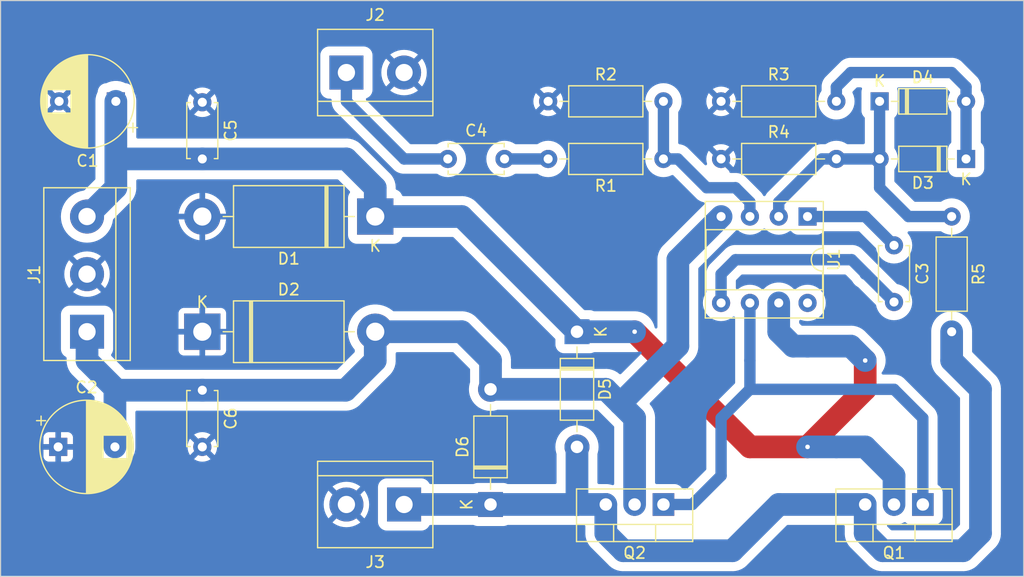
<source format=kicad_pcb>
(kicad_pcb (version 20221018) (generator pcbnew)
  (title_block (title "Amplificador clase AB") (date "2023-09-24") (rev "Alan V."))
  (layers (0 "F.Cu" signal) (31 "B.Cu" signal) (34 "B.Paste" user) (35 "F.Paste" user) (36 "B.SilkS" user "B.Silkscreen") (37 "F.SilkS" user "F.Silkscreen") (38 "B.Mask" user) (39 "F.Mask" user) (44 "Edge.Cuts" user))
  (net 0 "")
  (net 1 "+12V")
  (net 2 "GND")
  (net 3 "-12V")
  (net 4 "Net-(C3-Pad1)")
  (net 5 "Net-(C3-Pad2)")
  (net 6 "Input")
  (net 7 "Net-(C4-Pad2)")
  (net 8 "Net-(D3-K)")
  (net 9 "Net-(D3-A)")
  (net 10 "Output")
  (net 11 "Net-(Q1-B)")
  (net 12 "Net-(U1-+)")
  (footprint "Resistor_THT:R_Axial_DIN0207_L6.3mm_D2.5mm_P10.16mm_Horizontal" (layer "F.Cu") (at 83.058 37.592 180)
    (fp_text reference "R1" (at 5.08 -2.37) (layer "F.SilkS"))
    (fp_text value "12K")
    (pad "1" thru_hole circle (at 0 0 180) (size 1.6 1.6) (drill 0.8) (layers "*.Cu" "*.Mask") (net 12 "Net-(U1-+)"))
    (pad "2" thru_hole oval (at 10.16 0 180) (size 1.6 1.6) (drill 0.8) (layers "*.Cu" "*.Mask") (net 7 "Net-(C4-Pad2)"))
  )
  (footprint "TerminalBlock:TerminalBlock_bornier-2_P5.08mm" (layer "F.Cu") (at 55.118 29.972)
    (fp_text reference "J2" (at 2.54 -5.08) (layer "F.SilkS"))
    (fp_text value "Entrada de Señal")
    (pad "1" thru_hole rect (at 0 0) (size 3 3) (drill 1.52) (layers "*.Cu" "*.Mask") (net 6 "Input"))
    (pad "2" thru_hole circle (at 5.08 0) (size 3 3) (drill 1.52) (layers "*.Cu" "*.Mask") (net 2 "GND"))
  )
  (footprint "TerminalBlock:TerminalBlock_bornier-2_P5.08mm" (layer "F.Cu") (at 60.198 68.072 180)
    (fp_text reference "J3" (at 2.54 -5.08) (layer "F.SilkS"))
    (fp_text value "Salida de señal")
    (pad "1" thru_hole rect (at 0 0 180) (size 3 3) (drill 1.52) (layers "*.Cu" "*.Mask") (net 10 "Output"))
    (pad "2" thru_hole circle (at 5.08 0 180) (size 3 3) (drill 1.52) (layers "*.Cu" "*.Mask") (net 2 "GND"))
  )
  (footprint "Resistor_THT:R_Axial_DIN0207_L6.3mm_D2.5mm_P10.16mm_Horizontal" (layer "F.Cu") (at 72.898 32.512)
    (fp_text reference "R2" (at 5.08 -2.37) (layer "F.SilkS"))
    (fp_text value "100K")
    (pad "1" thru_hole circle (at 0 0) (size 1.6 1.6) (drill 0.8) (layers "*.Cu" "*.Mask") (net 2 "GND"))
    (pad "2" thru_hole oval (at 10.16 0) (size 1.6 1.6) (drill 0.8) (layers "*.Cu" "*.Mask") (net 12 "Net-(U1-+)"))
  )
  (footprint "Capacitor_THT:CP_Radial_D8.0mm_P5.00mm" (layer "F.Cu") (at 29.718 62.992)
    (fp_text reference "C2" (at 2.5 -5.25) (layer "F.SilkS"))
    (fp_text value "1u")
    (pad "1" thru_hole rect (at 0 0) (size 1.6 1.6) (drill 0.8) (layers "*.Cu" "*.Mask") (net 2 "GND"))
    (pad "2" thru_hole circle (at 5 0) (size 1.6 1.6) (drill 0.8) (layers "*.Cu" "*.Mask") (net 3 "-12V"))
  )
  (footprint "Resistor_THT:R_Axial_DIN0207_L6.3mm_D2.5mm_P10.16mm_Horizontal" (layer "F.Cu") (at 108.458 42.672 -90)
    (fp_text reference "R5" (at 5.08 -2.37 90) (layer "F.SilkS"))
    (fp_text value "47K")
    (pad "1" thru_hole circle (at 0 0 270) (size 1.6 1.6) (drill 0.8) (layers "*.Cu" "*.Mask") (net 9 "Net-(D3-A)"))
    (pad "2" thru_hole oval (at 10.16 0 270) (size 1.6 1.6) (drill 0.8) (layers "*.Cu" "*.Mask") (net 10 "Output"))
  )
  (footprint "Resistor_THT:R_Axial_DIN0207_L6.3mm_D2.5mm_P10.16mm_Horizontal" (layer "F.Cu") (at 88.138 32.512)
    (fp_text reference "R3" (at 5.08 -2.37) (layer "F.SilkS"))
    (fp_text value "39K")
    (pad "1" thru_hole circle (at 0 0) (size 1.6 1.6) (drill 0.8) (layers "*.Cu" "*.Mask") (net 2 "GND"))
    (pad "2" thru_hole oval (at 10.16 0) (size 1.6 1.6) (drill 0.8) (layers "*.Cu" "*.Mask") (net 8 "Net-(D3-K)"))
  )
  (footprint "Package_TO_SOT_THT:TO-220-3_Vertical" (layer "F.Cu") (at 105.918 68.072 180)
    (fp_text reference "Q1" (at 2.54 -4.27) (layer "F.SilkS"))
    (fp_text value "TIP41")
    (pad "1" thru_hole rect (at 0 0 180) (size 1.905 2) (drill 1.1) (layers "*.Cu" "*.Mask") (net 11 "Net-(Q1-B)"))
    (pad "2" thru_hole oval (at 2.54 0 180) (size 1.905 2) (drill 1.1) (layers "*.Cu" "*.Mask") (net 1 "+12V"))
    (pad "3" thru_hole oval (at 5.08 0 180) (size 1.905 2) (drill 1.1) (layers "*.Cu" "*.Mask") (net 10 "Output"))
  )
  (footprint "Diode_THT:D_DO-201AD_P15.24mm_Horizontal" (layer "F.Cu") (at 42.418 52.832)
    (fp_text reference "D2" (at 7.62 -3.72) (layer "F.SilkS"))
    (fp_text value "1N5408")
    (fp_text user "K" (at 0 -2.6) (layer "F.SilkS"))
    (pad "1" thru_hole rect (at 0 0) (size 3.2 3.2) (drill 1.6) (layers "*.Cu" "*.Mask") (net 2 "GND"))
    (pad "2" thru_hole oval (at 15.24 0) (size 3.2 3.2) (drill 1.6) (layers "*.Cu" "*.Mask") (net 3 "-12V"))
  )
  (footprint "Capacitor_THT:C_Disc_D4.7mm_W2.5mm_P5.00mm" (layer "F.Cu") (at 42.418 32.592 -90)
    (fp_text reference "C5" (at 2.5 -2.5 90) (layer "F.SilkS"))
    (fp_text value "100n")
    (pad "1" thru_hole circle (at 0 0 270) (size 1.6 1.6) (drill 0.8) (layers "*.Cu" "*.Mask") (net 2 "GND"))
    (pad "2" thru_hole circle (at 5 0 270) (size 1.6 1.6) (drill 0.8) (layers "*.Cu" "*.Mask") (net 1 "+12V"))
  )
  (footprint "Diode_THT:D_DO-41_SOD81_P10.16mm_Horizontal" (layer "F.Cu") (at 67.818 68.072 90)
    (fp_text reference "D6" (at 5.08 -2.47 90) (layer "F.SilkS"))
    (fp_text value "1N4007")
    (fp_text user "K" (at 0 -2.1 90) (layer "F.SilkS"))
    (pad "1" thru_hole rect (at 0 0 90) (size 2.2 2.2) (drill 1.1) (layers "*.Cu" "*.Mask") (net 10 "Output"))
    (pad "2" thru_hole oval (at 10.16 0 90) (size 2.2 2.2) (drill 1.1) (layers "*.Cu" "*.Mask") (net 3 "-12V"))
  )
  (footprint "Diode_THT:D_DO-41_SOD81_P10.16mm_Horizontal" (layer "F.Cu") (at 75.438 52.832 -90)
    (fp_text reference "D5" (at 5.08 -2.47 90) (layer "F.SilkS"))
    (fp_text value "1N4007")
    (fp_text user "K" (at 0 -2.1 90) (layer "F.SilkS"))
    (pad "1" thru_hole rect (at 0 0 270) (size 2.2 2.2) (drill 1.1) (layers "*.Cu" "*.Mask") (net 1 "+12V"))
    (pad "2" thru_hole oval (at 10.16 0 270) (size 2.2 2.2) (drill 1.1) (layers "*.Cu" "*.Mask") (net 10 "Output"))
  )
  (footprint "TerminalBlock:TerminalBlock_bornier-3_P5.08mm" (layer "F.Cu") (at 32.258 52.832 90)
    (fp_text reference "J1" (at 5.05 -4.65 90) (layer "F.SilkS"))
    (fp_text value "Entrada de alimentación")
    (pad "1" thru_hole rect (at 0 0 90) (size 3 3) (drill 1.52) (layers "*.Cu" "*.Mask") (net 3 "-12V"))
    (pad "2" thru_hole circle (at 5.08 0 90) (size 3 3) (drill 1.52) (layers "*.Cu" "*.Mask") (net 2 "GND"))
    (pad "3" thru_hole circle (at 10.16 0 90) (size 3 3) (drill 1.52) (layers "*.Cu" "*.Mask") (net 1 "+12V"))
  )
  (footprint "Capacitor_THT:C_Disc_D4.7mm_W2.5mm_P5.00mm" (layer "F.Cu") (at 42.418 57.992 -90)
    (fp_text reference "C6" (at 2.5 -2.5 90) (layer "F.SilkS"))
    (fp_text value "100n")
    (pad "1" thru_hole circle (at 0 0 270) (size 1.6 1.6) (drill 0.8) (layers "*.Cu" "*.Mask") (net 3 "-12V"))
    (pad "2" thru_hole circle (at 5 0 270) (size 1.6 1.6) (drill 0.8) (layers "*.Cu" "*.Mask") (net 2 "GND"))
  )
  (footprint "Capacitor_THT:C_Disc_D4.7mm_W2.5mm_P5.00mm" (layer "F.Cu") (at 64.052698 37.592)
    (fp_text reference "C4" (at 2.5 -2.5) (layer "F.SilkS"))
    (fp_text value "100n")
    (pad "1" thru_hole circle (at 0 0) (size 1.6 1.6) (drill 0.8) (layers "*.Cu" "*.Mask") (net 6 "Input"))
    (pad "2" thru_hole circle (at 5 0) (size 1.6 1.6) (drill 0.8) (layers "*.Cu" "*.Mask") (net 7 "Net-(C4-Pad2)"))
  )
  (footprint "Diode_THT:D_DO-35_SOD27_P7.62mm_Horizontal" (layer "F.Cu") (at 102.108 32.512)
    (fp_text reference "D4" (at 3.81 -2.12) (layer "F.SilkS"))
    (fp_text value "1N4148")
    (fp_text user "K" (at 0 -1.8) (layer "F.SilkS"))
    (pad "1" thru_hole rect (at 0 0) (size 1.6 1.6) (drill 0.8) (layers "*.Cu" "*.Mask") (net 9 "Net-(D3-A)"))
    (pad "2" thru_hole oval (at 7.62 0) (size 1.6 1.6) (drill 0.8) (layers "*.Cu" "*.Mask") (net 8 "Net-(D3-K)"))
  )
  (footprint "Capacitor_THT:C_Disc_D4.7mm_W2.5mm_P5.00mm" (layer "F.Cu") (at 103.378 45.212 -90)
    (fp_text reference "C3" (at 2.5 -2.5 90) (layer "F.SilkS"))
    (fp_text value "15p")
    (pad "1" thru_hole circle (at 0 0 270) (size 1.6 1.6) (drill 0.8) (layers "*.Cu" "*.Mask") (net 4 "Net-(C3-Pad1)"))
    (pad "2" thru_hole circle (at 5 0 270) (size 1.6 1.6) (drill 0.8) (layers "*.Cu" "*.Mask") (net 5 "Net-(C3-Pad2)"))
  )
  (footprint "Diode_THT:D_DO-201AD_P15.24mm_Horizontal" (layer "F.Cu") (at 57.658 42.672 180)
    (fp_text reference "D1" (at 7.62 -3.72) (layer "F.SilkS"))
    (fp_text value "1N5408")
    (fp_text user "K" (at 0 -2.6) (layer "F.SilkS"))
    (pad "1" thru_hole rect (at 0 0 180) (size 3.2 3.2) (drill 1.6) (layers "*.Cu" "*.Mask") (net 1 "+12V"))
    (pad "2" thru_hole oval (at 15.24 0 180) (size 3.2 3.2) (drill 1.6) (layers "*.Cu" "*.Mask") (net 2 "GND"))
  )
  (footprint "Diode_THT:D_DO-35_SOD27_P7.62mm_Horizontal" (layer "F.Cu") (at 109.728 37.592 180)
    (fp_text reference "D3" (at 3.81 -2.12) (layer "F.SilkS"))
    (fp_text value "1N4148")
    (fp_text user "K" (at 0 -1.8) (layer "F.SilkS"))
    (pad "1" thru_hole rect (at 0 0 180) (size 1.6 1.6) (drill 0.8) (layers "*.Cu" "*.Mask") (net 8 "Net-(D3-K)"))
    (pad "2" thru_hole oval (at 7.62 0 180) (size 1.6 1.6) (drill 0.8) (layers "*.Cu" "*.Mask") (net 9 "Net-(D3-A)"))
  )
  (footprint "Package_DIP:DIP-8_W7.62mm_Socket" (layer "F.Cu") (at 95.758 42.672 -90)
    (fp_text reference "U1" (at 3.81 -2.33 90) (layer "F.SilkS"))
    (fp_text value "LM741")
    (pad "1" thru_hole rect (at 0 0 270) (size 1.6 1.6) (drill 0.8) (layers "*.Cu" "*.Mask") (net 4 "Net-(C3-Pad1)"))
    (pad "2" thru_hole oval (at 0 2.54 270) (size 1.6 1.6) (drill 0.8) (layers "*.Cu" "*.Mask") (net 9 "Net-(D3-A)"))
    (pad "3" thru_hole oval (at 0 5.08 270) (size 1.6 1.6) (drill 0.8) (layers "*.Cu" "*.Mask") (net 12 "Net-(U1-+)"))
    (pad "4" thru_hole oval (at 0 7.62 270) (size 1.6 1.6) (drill 0.8) (layers "*.Cu" "*.Mask") (net 3 "-12V"))
    (pad "5" thru_hole oval (at 7.62 7.62 270) (size 1.6 1.6) (drill 0.8) (layers "*.Cu" "*.Mask") (net 5 "Net-(C3-Pad2)"))
    (pad "6" thru_hole oval (at 7.62 5.08 270) (size 1.6 1.6) (drill 0.8) (layers "*.Cu" "*.Mask") (net 11 "Net-(Q1-B)"))
    (pad "7" thru_hole oval (at 7.62 2.54 270) (size 1.6 1.6) (drill 0.8) (layers "*.Cu" "*.Mask") (net 1 "+12V"))
    (pad "8" thru_hole oval (at 7.62 0 270) (size 1.6 1.6) (drill 0.8) (layers "*.Cu" "*.Mask"))
  )
  (footprint "Resistor_THT:R_Axial_DIN0207_L6.3mm_D2.5mm_P10.16mm_Horizontal" (layer "F.Cu") (at 88.138 37.592)
    (fp_text reference "R4" (at 5.08 -2.37) (layer "F.SilkS"))
    (fp_text value "12K")
    (pad "1" thru_hole circle (at 0 0) (size 1.6 1.6) (drill 0.8) (layers "*.Cu" "*.Mask") (net 2 "GND"))
    (pad "2" thru_hole oval (at 10.16 0) (size 1.6 1.6) (drill 0.8) (layers "*.Cu" "*.Mask") (net 9 "Net-(D3-A)"))
  )
  (footprint "Package_TO_SOT_THT:TO-220-3_Vertical" (layer "F.Cu") (at 83.058 68.072 180)
    (fp_text reference "Q2" (at 2.54 -4.27) (layer "F.SilkS"))
    (fp_text value "TIP42")
    (pad "1" thru_hole rect (at 0 0 180) (size 1.905 2) (drill 1.1) (layers "*.Cu" "*.Mask") (net 11 "Net-(Q1-B)"))
    (pad "2" thru_hole oval (at 2.54 0 180) (size 1.905 2) (drill 1.1) (layers "*.Cu" "*.Mask") (net 3 "-12V"))
    (pad "3" thru_hole oval (at 5.08 0 180) (size 1.905 2) (drill 1.1) (layers "*.Cu" "*.Mask") (net 10 "Output"))
  )
  (footprint "Capacitor_THT:CP_Radial_D8.0mm_P5.00mm" (layer "F.Cu") (at 34.798 32.512 180)
    (fp_text reference "C1" (at 2.5 -5.25) (layer "F.SilkS"))
    (fp_text value "1u")
    (pad "1" thru_hole rect (at 0 0 180) (size 1.6 1.6) (drill 0.8) (layers "*.Cu" "*.Mask") (net 1 "+12V"))
    (pad "2" thru_hole circle (at 5 0 180) (size 1.6 1.6) (drill 0.8) (layers "*.Cu" "*.Mask") (net 2 "GND"))
  )
  (gr_line (start 24.638 23.622) (end 114.808 23.622) (stroke (width 0.1)) (layer "Edge.Cuts"))
  (gr_line (start 114.808 23.622) (end 114.808 74.422) (stroke (width 0.1)) (layer "Edge.Cuts"))
  (gr_line (start 24.638 74.422) (end 24.638 23.622) (stroke (width 0.1)) (layer "Edge.Cuts"))
  (gr_line (start 114.808 74.422) (end 24.638 74.422) (stroke (width 0.1)) (layer "Edge.Cuts"))
  (segment (start 95.758 62.992) (end 90.678 62.992) (width 2) (layer "F.Cu") (net 1))
  (segment (start 95.758 62.992) (end 100.838 57.912) (width 2) (layer "F.Cu") (net 1))
  (segment (start 100.838 57.912) (end 100.838 55.372) (width 2) (layer "F.Cu") (net 1))
  (segment (start 90.678 62.992) (end 80.518 52.832) (width 2) (layer "F.Cu") (net 1))
  (via (at 100.838 55.372) (size 0.8) (drill 0.4) (layers "F.Cu" "B.Cu") (net 1))
  (via (at 80.518 52.832) (size 0.8) (drill 0.4) (layers "F.Cu" "B.Cu") (net 1))
  (via (at 95.758 62.992) (size 0.8) (drill 0.4) (layers "F.Cu" "B.Cu") (net 1))
  (segment (start 100.838 62.992) (end 98.298 62.992) (width 2) (layer "B.Cu") (net 1))
  (segment (start 75.438 52.832) (end 80.518 52.832) (width 2) (layer "B.Cu") (net 1))
  (segment (start 32.258 42.672) (end 34.798 40.132) (width 2) (layer "B.Cu") (net 1))
  (segment (start 42.418 37.592) (end 34.798 37.592) (width 2) (layer "B.Cu") (net 1))
  (segment (start 99.568 54.102) (end 100.838 55.372) (width 2) (layer "B.Cu") (net 1))
  (segment (start 65.278 42.672) (end 75.438 52.832) (width 2) (layer "B.Cu") (net 1))
  (segment (start 34.798 40.132) (end 34.798 37.592) (width 2) (layer "B.Cu") (net 1))
  (segment (start 98.298 62.992) (end 95.758 62.992) (width 2) (layer "B.Cu") (net 1))
  (segment (start 42.418 37.592) (end 55.118 37.592) (width 2) (layer "B.Cu") (net 1))
  (segment (start 93.218 50.292) (end 93.218 52.832) (width 2) (layer "B.Cu") (net 1))
  (segment (start 93.218 52.832) (end 94.488 54.102) (width 2) (layer "B.Cu") (net 1))
  (segment (start 103.378 68.072) (end 103.378 65.532) (width 2) (layer "B.Cu") (net 1))
  (segment (start 95.758 54.102) (end 99.568 54.102) (width 2) (layer "B.Cu") (net 1))
  (segment (start 57.658 42.672) (end 65.278 42.672) (width 2) (layer "B.Cu") (net 1))
  (segment (start 94.488 54.102) (end 95.758 54.102) (width 2) (layer "B.Cu") (net 1))
  (segment (start 103.378 65.532) (end 100.838 62.992) (width 2) (layer "B.Cu") (net 1))
  (segment (start 57.658 40.132) (end 57.658 42.672) (width 2) (layer "B.Cu") (net 1))
  (segment (start 55.118 37.592) (end 57.658 40.132) (width 2) (layer "B.Cu") (net 1))
  (segment (start 34.798 37.592) (end 34.798 32.512) (width 2) (layer "B.Cu") (net 1))
  (segment (start 34.878 57.992) (end 34.798 57.912) (width 2) (layer "B.Cu") (net 3))
  (segment (start 80.518 60.452) (end 79.248 59.182) (width 2) (layer "B.Cu") (net 3))
  (segment (start 84.328 46.482) (end 84.328 54.102) (width 2) (layer "B.Cu") (net 3))
  (segment (start 32.258 55.372) (end 34.798 57.912) (width 2) (layer "B.Cu") (net 3))
  (segment (start 79.248 59.182) (end 77.978 57.912) (width 2) (layer "B.Cu") (net 3))
  (segment (start 34.798 57.912) (end 34.718 57.992) (width 2) (layer "B.Cu") (net 3))
  (segment (start 55.038 57.992) (end 57.658 55.372) (width 2) (layer "B.Cu") (net 3))
  (segment (start 84.328 54.102) (end 79.248 59.182) (width 2) (layer "B.Cu") (net 3))
  (segment (start 67.818 55.372) (end 65.278 52.832) (width 2) (layer "B.Cu") (net 3))
  (segment (start 80.518 68.072) (end 80.518 60.452) (width 2) (layer "B.Cu") (net 3))
  (segment (start 42.418 57.992) (end 34.878 57.992) (width 2) (layer "B.Cu") (net 3))
  (segment (start 32.258 52.832) (end 32.258 55.372) (width 2) (layer "B.Cu") (net 3))
  (segment (start 57.658 55.372) (end 57.658 52.832) (width 2) (layer "B.Cu") (net 3))
  (segment (start 57.658 52.832) (end 65.278 52.832) (width 2) (layer "B.Cu") (net 3))
  (segment (start 67.818 57.912) (end 67.818 55.372) (width 2) (layer "B.Cu") (net 3))
  (segment (start 34.718 57.992) (end 34.718 62.992) (width 2) (layer "B.Cu") (net 3))
  (segment (start 42.418 57.992) (end 55.038 57.992) (width 2) (layer "B.Cu") (net 3))
  (segment (start 88.138 42.672) (end 84.328 46.482) (width 2) (layer "B.Cu") (net 3))
  (segment (start 77.978 57.912) (end 67.818 57.912) (width 2) (layer "B.Cu") (net 3))
  (segment (start 95.758 42.672) (end 100.838 42.672) (width 1) (layer "B.Cu") (net 4))
  (segment (start 100.838 42.672) (end 103.378 45.212) (width 1) (layer "B.Cu") (net 4))
  (segment (start 100.918 47.752) (end 100.838 47.752) (width 1) (layer "B.Cu") (net 5))
  (segment (start 103.378 50.212) (end 100.918 47.752) (width 1) (layer "B.Cu") (net 5))
  (segment (start 89.408 46.482) (end 99.648 46.482) (width 1) (layer "B.Cu") (net 5))
  (segment (start 88.138 50.292) (end 88.138 47.752) (width 1) (layer "B.Cu") (net 5))
  (segment (start 88.058 50.212) (end 88.138 50.292) (width 1) (layer "B.Cu") (net 5))
  (segment (start 88.138 47.752) (end 89.408 46.482) (width 1) (layer "B.Cu") (net 5))
  (segment (start 99.648 46.482) (end 100.918 47.752) (width 1) (layer "B.Cu") (net 5))
  (segment (start 55.118 32.512) (end 55.118 29.972) (width 1) (layer "B.Cu") (net 6))
  (segment (start 64.052698 37.592) (end 60.198 37.592) (width 1) (layer "B.Cu") (net 6))
  (segment (start 60.198 37.592) (end 55.118 32.512) (width 1) (layer "B.Cu") (net 6))
  (segment (start 69.052698 37.592) (end 72.898 37.592) (width 1) (layer "B.Cu") (net 7))
  (segment (start 98.298 32.512) (end 98.298 31.242) (width 1) (layer "B.Cu") (net 8))
  (segment (start 109.728 31.242) (end 109.728 32.512) (width 1) (layer "B.Cu") (net 8))
  (segment (start 108.458 29.972) (end 109.728 31.242) (width 1) (layer "B.Cu") (net 8))
  (segment (start 98.298 31.242) (end 99.568 29.972) (width 1) (layer "B.Cu") (net 8))
  (segment (start 99.568 29.972) (end 108.458 29.972) (width 1) (layer "B.Cu") (net 8))
  (segment (start 109.728 37.592) (end 109.728 32.512) (width 1) (layer "B.Cu") (net 8))
  (segment (start 102.108 32.512) (end 102.108 37.592) (width 1) (layer "B.Cu") (net 9))
  (segment (start 93.218 42.672) (end 93.218 41.402) (width 1) (layer "B.Cu") (net 9))
  (segment (start 93.218 41.402) (end 97.028 37.592) (width 1) (layer "B.Cu") (net 9))
  (segment (start 102.108 37.592) (end 102.108 40.132) (width 1) (layer "B.Cu") (net 9))
  (segment (start 102.108 40.132) (end 104.648 42.672) (width 1) (layer "B.Cu") (net 9))
  (segment (start 97.028 37.592) (end 98.298 37.592) (width 1) (layer "B.Cu") (net 9))
  (segment (start 98.298 37.592) (end 102.108 37.592) (width 1) (layer "B.Cu") (net 9))
  (segment (start 104.648 42.672) (end 108.458 42.672) (width 1) (layer "B.Cu") (net 9))
  (segment (start 60.198 68.072) (end 67.818 68.072) (width 2) (layer "B.Cu") (net 10))
  (segment (start 75.438 62.992) (end 75.438 68.072) (width 2) (layer "B.Cu") (net 10))
  (segment (start 93.218 68.072) (end 100.838 68.072) (width 2) (layer "B.Cu") (net 10))
  (segment (start 110.998 57.912) (end 108.458 55.372) (width 2) (layer "B.Cu") (net 10))
  (segment (start 100.838 68.072) (end 100.838 70.612) (width 2) (layer "B.Cu") (net 10))
  (segment (start 108.458 55.372) (end 108.458 52.832) (width 2) (layer "B.Cu") (net 10))
  (segment (start 79.518 72.152) (end 89.138 72.152) (width 2) (layer "B.Cu") (net 10))
  (segment (start 77.978 68.072) (end 77.978 70.612) (width 2) (layer "B.Cu") (net 10))
  (segment (start 75.438 68.072) (end 77.978 68.072) (width 2) (layer "B.Cu") (net 10))
  (segment (start 89.138 72.152) (end 93.218 68.072) (width 2) (layer "B.Cu") (net 10))
  (segment (start 67.818 68.072) (end 75.438 68.072) (width 2) (layer "B.Cu") (net 10))
  (segment (start 100.838 70.612) (end 102.378 72.152) (width 2) (layer "B.Cu") (net 10))
  (segment (start 102.378 72.152) (end 109.458 72.152) (width 2) (layer "B.Cu") (net 10))
  (segment (start 110.998 70.612) (end 110.998 57.912) (width 2) (layer "B.Cu") (net 10))
  (segment (start 109.458 72.152) (end 110.998 70.612) (width 2) (layer "B.Cu") (net 10))
  (segment (start 77.978 70.612) (end 79.518 72.152) (width 2) (layer "B.Cu") (net 10))
  (segment (start 105.918 68.072) (end 105.918 60.452) (width 1) (layer "B.Cu") (net 11))
  (segment (start 90.678 57.912) (end 88.138 60.452) (width 1) (layer "B.Cu") (net 11))
  (segment (start 83.058 68.072) (end 85.598 68.072) (width 1) (layer "B.Cu") (net 11))
  (segment (start 85.598 68.072) (end 88.138 65.532) (width 1) (layer "B.Cu") (net 11))
  (segment (start 88.138 65.532) (end 88.138 60.452) (width 1) (layer "B.Cu") (net 11))
  (segment (start 90.678 55.372) (end 90.678 50.292) (width 1) (layer "B.Cu") (net 11))
  (segment (start 105.918 60.452) (end 103.378 57.912) (width 1) (layer "B.Cu") (net 11))
  (segment (start 103.378 57.912) (end 90.678 57.912) (width 1) (layer "B.Cu") (net 11))
  (segment (start 90.678 55.372) (end 90.678 57.912) (width 1) (layer "B.Cu") (net 11))
  (segment (start 83.058 37.592) (end 84.328 37.592) (width 1) (layer "B.Cu") (net 12))
  (segment (start 86.868 40.132) (end 89.408 40.132) (width 1) (layer "B.Cu") (net 12))
  (segment (start 90.678 41.402) (end 90.678 42.672) (width 1) (layer "B.Cu") (net 12))
  (segment (start 84.328 37.592) (end 86.868 40.132) (width 1) (layer "B.Cu") (net 12))
  (segment (start 83.058 32.512) (end 83.058 37.592) (width 1) (layer "B.Cu") (net 12))
  (segment (start 89.408 40.132) (end 90.678 41.402) (width 1) (layer "B.Cu") (net 12))
  (zone (net 2) (net_name "GND") (layer "B.Cu") (connect_pads (clearance 0.5)) (min_thickness 0.25) (fill yes (thermal_gap 0.5) (thermal_bridge_width 0.5))
    (polygon (pts (xy 24.638 23.622) (xy 114.808 23.622) (xy 114.808 74.422) (xy 24.638 74.422)))
  )
)
</source>
